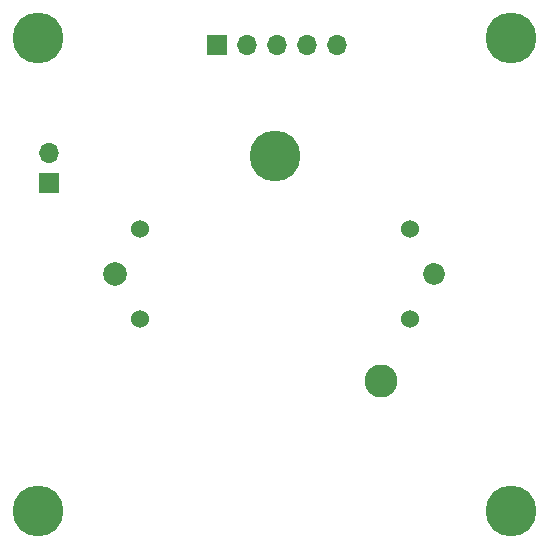
<source format=gbr>
%TF.GenerationSoftware,KiCad,Pcbnew,6.0.11+dfsg-1*%
%TF.CreationDate,2023-12-17T01:10:28-05:00*%
%TF.ProjectId,x27_controller,7832375f-636f-46e7-9472-6f6c6c65722e,rev?*%
%TF.SameCoordinates,Original*%
%TF.FileFunction,Soldermask,Top*%
%TF.FilePolarity,Negative*%
%FSLAX46Y46*%
G04 Gerber Fmt 4.6, Leading zero omitted, Abs format (unit mm)*
G04 Created by KiCad (PCBNEW 6.0.11+dfsg-1) date 2023-12-17 01:10:28*
%MOMM*%
%LPD*%
G01*
G04 APERTURE LIST*
%ADD10R,1.700000X1.700000*%
%ADD11O,1.700000X1.700000*%
%ADD12C,1.850000*%
%ADD13C,4.300000*%
%ADD14C,2.800000*%
%ADD15C,2.000000*%
%ADD16C,1.524000*%
G04 APERTURE END LIST*
D10*
%TO.C,J2*%
X105918000Y-67310000D03*
D11*
X105918000Y-64770000D03*
%TD*%
D10*
%TO.C,J1*%
X120142000Y-55626000D03*
D11*
X122682000Y-55626000D03*
X125222000Y-55626000D03*
X127762000Y-55626000D03*
X130302000Y-55626000D03*
%TD*%
D12*
%TO.C,M1*%
X138500000Y-75000000D03*
D13*
X125000000Y-65000000D03*
D14*
X134000000Y-84000000D03*
D15*
X111500000Y-75000000D03*
D16*
X136430000Y-71190000D03*
X136430000Y-78810000D03*
X113570000Y-78810000D03*
X113570000Y-71190000D03*
%TD*%
D13*
%TO.C,REF\u002A\u002A*%
X105000000Y-55000000D03*
%TD*%
%TO.C,REF\u002A\u002A*%
X145000000Y-55000000D03*
%TD*%
%TO.C,REF\u002A\u002A*%
X105000000Y-95000000D03*
%TD*%
%TO.C,REF\u002A\u002A*%
X145000000Y-95000000D03*
%TD*%
M02*

</source>
